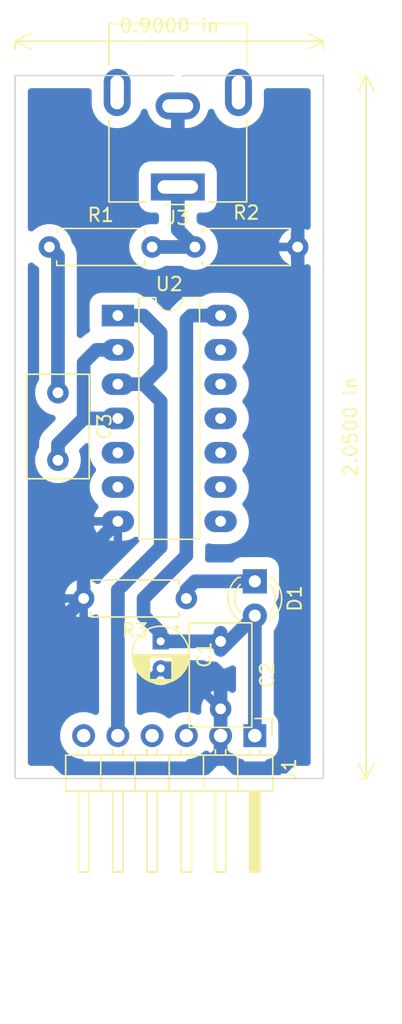
<source format=kicad_pcb>
(kicad_pcb (version 20171130) (host pcbnew "(5.1.0)-1")

  (general
    (thickness 1.6)
    (drawings 3)
    (tracks 57)
    (zones 0)
    (modules 10)
    (nets 11)
  )

  (page A4)
  (layers
    (0 F.Cu signal)
    (31 B.Cu signal)
    (32 B.Adhes user)
    (33 F.Adhes user)
    (34 B.Paste user)
    (35 F.Paste user)
    (36 B.SilkS user)
    (37 F.SilkS user)
    (38 B.Mask user)
    (39 F.Mask user)
    (40 Dwgs.User user)
    (41 Cmts.User user)
    (42 Eco1.User user)
    (43 Eco2.User user)
    (44 Edge.Cuts user)
    (45 Margin user)
    (46 B.CrtYd user)
    (47 F.CrtYd user)
    (48 B.Fab user)
    (49 F.Fab user)
  )

  (setup
    (last_trace_width 1.016)
    (user_trace_width 1.016)
    (trace_clearance 0.2)
    (zone_clearance 0.508)
    (zone_45_only no)
    (trace_min 0.2)
    (via_size 0.8)
    (via_drill 0.4)
    (via_min_size 0.4)
    (via_min_drill 0.3)
    (uvia_size 0.3)
    (uvia_drill 0.1)
    (uvias_allowed no)
    (uvia_min_size 0.2)
    (uvia_min_drill 0.1)
    (edge_width 0.05)
    (segment_width 0.2)
    (pcb_text_width 0.3)
    (pcb_text_size 1.5 1.5)
    (mod_edge_width 0.12)
    (mod_text_size 1 1)
    (mod_text_width 0.15)
    (pad_size 1.524 1.524)
    (pad_drill 0.762)
    (pad_to_mask_clearance 0.051)
    (solder_mask_min_width 0.25)
    (aux_axis_origin 0 0)
    (visible_elements 7FFFFFFF)
    (pcbplotparams
      (layerselection 0x010fc_ffffffff)
      (usegerberextensions false)
      (usegerberattributes false)
      (usegerberadvancedattributes false)
      (creategerberjobfile false)
      (excludeedgelayer true)
      (linewidth 0.100000)
      (plotframeref false)
      (viasonmask false)
      (mode 1)
      (useauxorigin false)
      (hpglpennumber 1)
      (hpglpenspeed 20)
      (hpglpendiameter 15.000000)
      (psnegative false)
      (psa4output false)
      (plotreference true)
      (plotvalue true)
      (plotinvisibletext false)
      (padsonsilk false)
      (subtractmaskfromsilk false)
      (outputformat 1)
      (mirror false)
      (drillshape 1)
      (scaleselection 1)
      (outputdirectory ""))
  )

  (net 0 "")
  (net 1 GND)
  (net 2 "Net-(C3-Pad1)")
  (net 3 "Net-(C3-Pad2)")
  (net 4 "Net-(D1-Pad1)")
  (net 5 "Net-(J1-Pad3)")
  (net 6 "Net-(J1-Pad4)")
  (net 7 "Net-(J1-Pad5)")
  (net 8 "Net-(J3-Pad1)")
  (net 9 +3V3)
  (net 10 "Net-(J1-Pad6)")

  (net_class Default "This is the default net class."
    (clearance 0.2)
    (trace_width 0.25)
    (via_dia 0.8)
    (via_drill 0.4)
    (uvia_dia 0.3)
    (uvia_drill 0.1)
    (add_net +3V3)
    (add_net GND)
    (add_net "Net-(C3-Pad1)")
    (add_net "Net-(C3-Pad2)")
    (add_net "Net-(D1-Pad1)")
    (add_net "Net-(J1-Pad3)")
    (add_net "Net-(J1-Pad4)")
    (add_net "Net-(J1-Pad5)")
    (add_net "Net-(J1-Pad6)")
    (add_net "Net-(J3-Pad1)")
  )

  (module Package_DIP:DIP-14_W7.62mm_LongPads (layer F.Cu) (tedit 5A02E8C5) (tstamp 5DC78566)
    (at 193.04 66.04)
    (descr "14-lead though-hole mounted DIP package, row spacing 7.62 mm (300 mils), LongPads")
    (tags "THT DIP DIL PDIP 2.54mm 7.62mm 300mil LongPads")
    (path /5DC799D4)
    (fp_text reference U2 (at 3.81 -2.33) (layer F.SilkS)
      (effects (font (size 1 1) (thickness 0.15)))
    )
    (fp_text value 74HC04 (at 3.81 17.57) (layer F.Fab)
      (effects (font (size 1 1) (thickness 0.15)))
    )
    (fp_text user %R (at 3.81 7.62) (layer F.Fab)
      (effects (font (size 1 1) (thickness 0.15)))
    )
    (fp_line (start 9.1 -1.55) (end -1.45 -1.55) (layer F.CrtYd) (width 0.05))
    (fp_line (start 9.1 16.8) (end 9.1 -1.55) (layer F.CrtYd) (width 0.05))
    (fp_line (start -1.45 16.8) (end 9.1 16.8) (layer F.CrtYd) (width 0.05))
    (fp_line (start -1.45 -1.55) (end -1.45 16.8) (layer F.CrtYd) (width 0.05))
    (fp_line (start 6.06 -1.33) (end 4.81 -1.33) (layer F.SilkS) (width 0.12))
    (fp_line (start 6.06 16.57) (end 6.06 -1.33) (layer F.SilkS) (width 0.12))
    (fp_line (start 1.56 16.57) (end 6.06 16.57) (layer F.SilkS) (width 0.12))
    (fp_line (start 1.56 -1.33) (end 1.56 16.57) (layer F.SilkS) (width 0.12))
    (fp_line (start 2.81 -1.33) (end 1.56 -1.33) (layer F.SilkS) (width 0.12))
    (fp_line (start 0.635 -0.27) (end 1.635 -1.27) (layer F.Fab) (width 0.1))
    (fp_line (start 0.635 16.51) (end 0.635 -0.27) (layer F.Fab) (width 0.1))
    (fp_line (start 6.985 16.51) (end 0.635 16.51) (layer F.Fab) (width 0.1))
    (fp_line (start 6.985 -1.27) (end 6.985 16.51) (layer F.Fab) (width 0.1))
    (fp_line (start 1.635 -1.27) (end 6.985 -1.27) (layer F.Fab) (width 0.1))
    (fp_arc (start 3.81 -1.33) (end 2.81 -1.33) (angle -180) (layer F.SilkS) (width 0.12))
    (pad 14 thru_hole oval (at 7.62 0) (size 2.4 1.6) (drill 0.8) (layers *.Cu *.Mask)
      (net 9 +3V3))
    (pad 7 thru_hole oval (at 0 15.24) (size 2.4 1.6) (drill 0.8) (layers *.Cu *.Mask)
      (net 1 GND))
    (pad 13 thru_hole oval (at 7.62 2.54) (size 2.4 1.6) (drill 0.8) (layers *.Cu *.Mask))
    (pad 6 thru_hole oval (at 0 12.7) (size 2.4 1.6) (drill 0.8) (layers *.Cu *.Mask))
    (pad 12 thru_hole oval (at 7.62 5.08) (size 2.4 1.6) (drill 0.8) (layers *.Cu *.Mask))
    (pad 5 thru_hole oval (at 0 10.16) (size 2.4 1.6) (drill 0.8) (layers *.Cu *.Mask))
    (pad 11 thru_hole oval (at 7.62 7.62) (size 2.4 1.6) (drill 0.8) (layers *.Cu *.Mask))
    (pad 4 thru_hole oval (at 0 7.62) (size 2.4 1.6) (drill 0.8) (layers *.Cu *.Mask)
      (net 3 "Net-(C3-Pad2)"))
    (pad 10 thru_hole oval (at 7.62 10.16) (size 2.4 1.6) (drill 0.8) (layers *.Cu *.Mask))
    (pad 3 thru_hole oval (at 0 5.08) (size 2.4 1.6) (drill 0.8) (layers *.Cu *.Mask)
      (net 7 "Net-(J1-Pad5)"))
    (pad 9 thru_hole oval (at 7.62 12.7) (size 2.4 1.6) (drill 0.8) (layers *.Cu *.Mask))
    (pad 2 thru_hole oval (at 0 2.54) (size 2.4 1.6) (drill 0.8) (layers *.Cu *.Mask)
      (net 3 "Net-(C3-Pad2)"))
    (pad 8 thru_hole oval (at 7.62 15.24) (size 2.4 1.6) (drill 0.8) (layers *.Cu *.Mask))
    (pad 1 thru_hole rect (at 0 0) (size 2.4 1.6) (drill 0.8) (layers *.Cu *.Mask)
      (net 7 "Net-(J1-Pad5)"))
    (model ${KISYS3DMOD}/Package_DIP.3dshapes/DIP-14_W7.62mm.wrl
      (at (xyz 0 0 0))
      (scale (xyz 1 1 1))
      (rotate (xyz 0 0 0))
    )
  )

  (module Capacitor_THT:C_Disc_D7.5mm_W4.4mm_P5.00mm (layer F.Cu) (tedit 5AE50EF0) (tstamp 5DC77895)
    (at 200.66 90.17 270)
    (descr "C, Disc series, Radial, pin pitch=5.00mm, , diameter*width=7.5*4.4mm^2, Capacitor")
    (tags "C Disc series Radial pin pitch 5.00mm  diameter 7.5mm width 4.4mm Capacitor")
    (path /5DC67ACC)
    (fp_text reference C2 (at 2.5 -3.45 270) (layer F.SilkS)
      (effects (font (size 1 1) (thickness 0.15)))
    )
    (fp_text value 100n (at 2.5 3.45 270) (layer F.Fab)
      (effects (font (size 1 1) (thickness 0.15)))
    )
    (fp_text user %R (at 2.5 0 270) (layer F.Fab)
      (effects (font (size 1 1) (thickness 0.15)))
    )
    (fp_line (start 6.5 -2.45) (end -1.5 -2.45) (layer F.CrtYd) (width 0.05))
    (fp_line (start 6.5 2.45) (end 6.5 -2.45) (layer F.CrtYd) (width 0.05))
    (fp_line (start -1.5 2.45) (end 6.5 2.45) (layer F.CrtYd) (width 0.05))
    (fp_line (start -1.5 -2.45) (end -1.5 2.45) (layer F.CrtYd) (width 0.05))
    (fp_line (start 6.37 -2.321) (end 6.37 2.321) (layer F.SilkS) (width 0.12))
    (fp_line (start -1.37 -2.321) (end -1.37 2.321) (layer F.SilkS) (width 0.12))
    (fp_line (start -1.37 2.321) (end 6.37 2.321) (layer F.SilkS) (width 0.12))
    (fp_line (start -1.37 -2.321) (end 6.37 -2.321) (layer F.SilkS) (width 0.12))
    (fp_line (start 6.25 -2.2) (end -1.25 -2.2) (layer F.Fab) (width 0.1))
    (fp_line (start 6.25 2.2) (end 6.25 -2.2) (layer F.Fab) (width 0.1))
    (fp_line (start -1.25 2.2) (end 6.25 2.2) (layer F.Fab) (width 0.1))
    (fp_line (start -1.25 -2.2) (end -1.25 2.2) (layer F.Fab) (width 0.1))
    (pad 2 thru_hole circle (at 5 0 270) (size 1.6 1.6) (drill 0.8) (layers *.Cu *.Mask)
      (net 1 GND))
    (pad 1 thru_hole circle (at 0 0 270) (size 1.6 1.6) (drill 0.8) (layers *.Cu *.Mask)
      (net 9 +3V3))
    (model ${KISYS3DMOD}/Capacitor_THT.3dshapes/C_Disc_D7.5mm_W4.4mm_P5.00mm.wrl
      (at (xyz 0 0 0))
      (scale (xyz 1 1 1))
      (rotate (xyz 0 0 0))
    )
  )

  (module Connector_BarrelJack:BarrelJack_CUI_PJ-063AH_Horizontal (layer F.Cu) (tedit 5B0886BD) (tstamp 5DC75EA2)
    (at 197.485 56.515 180)
    (descr "Barrel Jack, 2.0mm ID, 5.5mm OD, 24V, 8A, no switch, https://www.cui.com/product/resource/pj-063ah.pdf")
    (tags "barrel jack cui dc power")
    (path /5DC62C84)
    (fp_text reference J3 (at 0 -2.3 180) (layer F.SilkS)
      (effects (font (size 1 1) (thickness 0.15)))
    )
    (fp_text value Conn_Coaxial (at 0 13 180) (layer F.Fab)
      (effects (font (size 1 1) (thickness 0.15)))
    )
    (fp_text user %R (at 0 5.5 180) (layer F.Fab)
      (effects (font (size 1 1) (thickness 0.15)))
    )
    (fp_line (start 6 -1.5) (end -6 -1.5) (layer F.CrtYd) (width 0.05))
    (fp_line (start 6 12.5) (end 6 -1.5) (layer F.CrtYd) (width 0.05))
    (fp_line (start -6 12.5) (end 6 12.5) (layer F.CrtYd) (width 0.05))
    (fp_line (start -6 -1.5) (end -6 12.5) (layer F.CrtYd) (width 0.05))
    (fp_line (start -1 -1.3) (end 1 -1.3) (layer F.SilkS) (width 0.12))
    (fp_line (start -5.11 12.11) (end -5.11 9.05) (layer F.SilkS) (width 0.12))
    (fp_line (start 5.11 12.11) (end -5.11 12.11) (layer F.SilkS) (width 0.12))
    (fp_line (start 5.11 9.05) (end 5.11 12.11) (layer F.SilkS) (width 0.12))
    (fp_line (start 5.11 -1.11) (end 5.11 4.95) (layer F.SilkS) (width 0.12))
    (fp_line (start 2.3 -1.11) (end 5.11 -1.11) (layer F.SilkS) (width 0.12))
    (fp_line (start -5.11 -1.11) (end -2.3 -1.11) (layer F.SilkS) (width 0.12))
    (fp_line (start -5.11 4.95) (end -5.11 -1.11) (layer F.SilkS) (width 0.12))
    (fp_line (start -5 12) (end -5 -1) (layer F.Fab) (width 0.1))
    (fp_line (start 5 12) (end -5 12) (layer F.Fab) (width 0.1))
    (fp_line (start 5 -1) (end 5 12) (layer F.Fab) (width 0.1))
    (fp_line (start 1 -1) (end 5 -1) (layer F.Fab) (width 0.1))
    (fp_line (start 0 0) (end 1 -1) (layer F.Fab) (width 0.1))
    (fp_line (start -1 -1) (end 0 0) (layer F.Fab) (width 0.1))
    (fp_line (start -5 -1) (end -1 -1) (layer F.Fab) (width 0.1))
    (pad "" np_thru_hole circle (at 0 9 180) (size 1.6 1.6) (drill 1.6) (layers *.Cu *.Mask))
    (pad MP thru_hole oval (at 4.5 7 180) (size 2 3.5) (drill oval 1 2.5) (layers *.Cu *.Mask))
    (pad MP thru_hole oval (at -4.5 7 180) (size 2 3.5) (drill oval 1 2.5) (layers *.Cu *.Mask))
    (pad 2 thru_hole oval (at 0 6 180) (size 3.3 2) (drill oval 2.3 1) (layers *.Cu *.Mask)
      (net 1 GND))
    (pad 1 thru_hole rect (at 0 0 180) (size 4 2) (drill oval 3 1) (layers *.Cu *.Mask)
      (net 8 "Net-(J3-Pad1)"))
    (model ${KISYS3DMOD}/Connector_BarrelJack.3dshapes/BarrelJack_CUI_PJ-063AH_Horizontal.wrl
      (at (xyz 0 0 0))
      (scale (xyz 1 1 1))
      (rotate (xyz 0 0 0))
    )
  )

  (module Capacitor_THT:CP_Radial_D4.0mm_P2.00mm (layer F.Cu) (tedit 5AE50EF0) (tstamp 5DC5C5DA)
    (at 196.215 90.17 270)
    (descr "CP, Radial series, Radial, pin pitch=2.00mm, , diameter=4mm, Electrolytic Capacitor")
    (tags "CP Radial series Radial pin pitch 2.00mm  diameter 4mm Electrolytic Capacitor")
    (path /5DC66B2D)
    (fp_text reference C1 (at 1 -3.25 270) (layer F.SilkS)
      (effects (font (size 1 1) (thickness 0.15)))
    )
    (fp_text value 22u (at 1 3.25 270) (layer F.Fab)
      (effects (font (size 1 1) (thickness 0.15)))
    )
    (fp_circle (center 1 0) (end 3 0) (layer F.Fab) (width 0.1))
    (fp_circle (center 1 0) (end 3.12 0) (layer F.SilkS) (width 0.12))
    (fp_circle (center 1 0) (end 3.25 0) (layer F.CrtYd) (width 0.05))
    (fp_line (start -0.702554 -0.8675) (end -0.302554 -0.8675) (layer F.Fab) (width 0.1))
    (fp_line (start -0.502554 -1.0675) (end -0.502554 -0.6675) (layer F.Fab) (width 0.1))
    (fp_line (start 1 -2.08) (end 1 2.08) (layer F.SilkS) (width 0.12))
    (fp_line (start 1.04 -2.08) (end 1.04 2.08) (layer F.SilkS) (width 0.12))
    (fp_line (start 1.08 -2.079) (end 1.08 2.079) (layer F.SilkS) (width 0.12))
    (fp_line (start 1.12 -2.077) (end 1.12 2.077) (layer F.SilkS) (width 0.12))
    (fp_line (start 1.16 -2.074) (end 1.16 2.074) (layer F.SilkS) (width 0.12))
    (fp_line (start 1.2 -2.071) (end 1.2 -0.84) (layer F.SilkS) (width 0.12))
    (fp_line (start 1.2 0.84) (end 1.2 2.071) (layer F.SilkS) (width 0.12))
    (fp_line (start 1.24 -2.067) (end 1.24 -0.84) (layer F.SilkS) (width 0.12))
    (fp_line (start 1.24 0.84) (end 1.24 2.067) (layer F.SilkS) (width 0.12))
    (fp_line (start 1.28 -2.062) (end 1.28 -0.84) (layer F.SilkS) (width 0.12))
    (fp_line (start 1.28 0.84) (end 1.28 2.062) (layer F.SilkS) (width 0.12))
    (fp_line (start 1.32 -2.056) (end 1.32 -0.84) (layer F.SilkS) (width 0.12))
    (fp_line (start 1.32 0.84) (end 1.32 2.056) (layer F.SilkS) (width 0.12))
    (fp_line (start 1.36 -2.05) (end 1.36 -0.84) (layer F.SilkS) (width 0.12))
    (fp_line (start 1.36 0.84) (end 1.36 2.05) (layer F.SilkS) (width 0.12))
    (fp_line (start 1.4 -2.042) (end 1.4 -0.84) (layer F.SilkS) (width 0.12))
    (fp_line (start 1.4 0.84) (end 1.4 2.042) (layer F.SilkS) (width 0.12))
    (fp_line (start 1.44 -2.034) (end 1.44 -0.84) (layer F.SilkS) (width 0.12))
    (fp_line (start 1.44 0.84) (end 1.44 2.034) (layer F.SilkS) (width 0.12))
    (fp_line (start 1.48 -2.025) (end 1.48 -0.84) (layer F.SilkS) (width 0.12))
    (fp_line (start 1.48 0.84) (end 1.48 2.025) (layer F.SilkS) (width 0.12))
    (fp_line (start 1.52 -2.016) (end 1.52 -0.84) (layer F.SilkS) (width 0.12))
    (fp_line (start 1.52 0.84) (end 1.52 2.016) (layer F.SilkS) (width 0.12))
    (fp_line (start 1.56 -2.005) (end 1.56 -0.84) (layer F.SilkS) (width 0.12))
    (fp_line (start 1.56 0.84) (end 1.56 2.005) (layer F.SilkS) (width 0.12))
    (fp_line (start 1.6 -1.994) (end 1.6 -0.84) (layer F.SilkS) (width 0.12))
    (fp_line (start 1.6 0.84) (end 1.6 1.994) (layer F.SilkS) (width 0.12))
    (fp_line (start 1.64 -1.982) (end 1.64 -0.84) (layer F.SilkS) (width 0.12))
    (fp_line (start 1.64 0.84) (end 1.64 1.982) (layer F.SilkS) (width 0.12))
    (fp_line (start 1.68 -1.968) (end 1.68 -0.84) (layer F.SilkS) (width 0.12))
    (fp_line (start 1.68 0.84) (end 1.68 1.968) (layer F.SilkS) (width 0.12))
    (fp_line (start 1.721 -1.954) (end 1.721 -0.84) (layer F.SilkS) (width 0.12))
    (fp_line (start 1.721 0.84) (end 1.721 1.954) (layer F.SilkS) (width 0.12))
    (fp_line (start 1.761 -1.94) (end 1.761 -0.84) (layer F.SilkS) (width 0.12))
    (fp_line (start 1.761 0.84) (end 1.761 1.94) (layer F.SilkS) (width 0.12))
    (fp_line (start 1.801 -1.924) (end 1.801 -0.84) (layer F.SilkS) (width 0.12))
    (fp_line (start 1.801 0.84) (end 1.801 1.924) (layer F.SilkS) (width 0.12))
    (fp_line (start 1.841 -1.907) (end 1.841 -0.84) (layer F.SilkS) (width 0.12))
    (fp_line (start 1.841 0.84) (end 1.841 1.907) (layer F.SilkS) (width 0.12))
    (fp_line (start 1.881 -1.889) (end 1.881 -0.84) (layer F.SilkS) (width 0.12))
    (fp_line (start 1.881 0.84) (end 1.881 1.889) (layer F.SilkS) (width 0.12))
    (fp_line (start 1.921 -1.87) (end 1.921 -0.84) (layer F.SilkS) (width 0.12))
    (fp_line (start 1.921 0.84) (end 1.921 1.87) (layer F.SilkS) (width 0.12))
    (fp_line (start 1.961 -1.851) (end 1.961 -0.84) (layer F.SilkS) (width 0.12))
    (fp_line (start 1.961 0.84) (end 1.961 1.851) (layer F.SilkS) (width 0.12))
    (fp_line (start 2.001 -1.83) (end 2.001 -0.84) (layer F.SilkS) (width 0.12))
    (fp_line (start 2.001 0.84) (end 2.001 1.83) (layer F.SilkS) (width 0.12))
    (fp_line (start 2.041 -1.808) (end 2.041 -0.84) (layer F.SilkS) (width 0.12))
    (fp_line (start 2.041 0.84) (end 2.041 1.808) (layer F.SilkS) (width 0.12))
    (fp_line (start 2.081 -1.785) (end 2.081 -0.84) (layer F.SilkS) (width 0.12))
    (fp_line (start 2.081 0.84) (end 2.081 1.785) (layer F.SilkS) (width 0.12))
    (fp_line (start 2.121 -1.76) (end 2.121 -0.84) (layer F.SilkS) (width 0.12))
    (fp_line (start 2.121 0.84) (end 2.121 1.76) (layer F.SilkS) (width 0.12))
    (fp_line (start 2.161 -1.735) (end 2.161 -0.84) (layer F.SilkS) (width 0.12))
    (fp_line (start 2.161 0.84) (end 2.161 1.735) (layer F.SilkS) (width 0.12))
    (fp_line (start 2.201 -1.708) (end 2.201 -0.84) (layer F.SilkS) (width 0.12))
    (fp_line (start 2.201 0.84) (end 2.201 1.708) (layer F.SilkS) (width 0.12))
    (fp_line (start 2.241 -1.68) (end 2.241 -0.84) (layer F.SilkS) (width 0.12))
    (fp_line (start 2.241 0.84) (end 2.241 1.68) (layer F.SilkS) (width 0.12))
    (fp_line (start 2.281 -1.65) (end 2.281 -0.84) (layer F.SilkS) (width 0.12))
    (fp_line (start 2.281 0.84) (end 2.281 1.65) (layer F.SilkS) (width 0.12))
    (fp_line (start 2.321 -1.619) (end 2.321 -0.84) (layer F.SilkS) (width 0.12))
    (fp_line (start 2.321 0.84) (end 2.321 1.619) (layer F.SilkS) (width 0.12))
    (fp_line (start 2.361 -1.587) (end 2.361 -0.84) (layer F.SilkS) (width 0.12))
    (fp_line (start 2.361 0.84) (end 2.361 1.587) (layer F.SilkS) (width 0.12))
    (fp_line (start 2.401 -1.552) (end 2.401 -0.84) (layer F.SilkS) (width 0.12))
    (fp_line (start 2.401 0.84) (end 2.401 1.552) (layer F.SilkS) (width 0.12))
    (fp_line (start 2.441 -1.516) (end 2.441 -0.84) (layer F.SilkS) (width 0.12))
    (fp_line (start 2.441 0.84) (end 2.441 1.516) (layer F.SilkS) (width 0.12))
    (fp_line (start 2.481 -1.478) (end 2.481 -0.84) (layer F.SilkS) (width 0.12))
    (fp_line (start 2.481 0.84) (end 2.481 1.478) (layer F.SilkS) (width 0.12))
    (fp_line (start 2.521 -1.438) (end 2.521 -0.84) (layer F.SilkS) (width 0.12))
    (fp_line (start 2.521 0.84) (end 2.521 1.438) (layer F.SilkS) (width 0.12))
    (fp_line (start 2.561 -1.396) (end 2.561 -0.84) (layer F.SilkS) (width 0.12))
    (fp_line (start 2.561 0.84) (end 2.561 1.396) (layer F.SilkS) (width 0.12))
    (fp_line (start 2.601 -1.351) (end 2.601 -0.84) (layer F.SilkS) (width 0.12))
    (fp_line (start 2.601 0.84) (end 2.601 1.351) (layer F.SilkS) (width 0.12))
    (fp_line (start 2.641 -1.304) (end 2.641 -0.84) (layer F.SilkS) (width 0.12))
    (fp_line (start 2.641 0.84) (end 2.641 1.304) (layer F.SilkS) (width 0.12))
    (fp_line (start 2.681 -1.254) (end 2.681 -0.84) (layer F.SilkS) (width 0.12))
    (fp_line (start 2.681 0.84) (end 2.681 1.254) (layer F.SilkS) (width 0.12))
    (fp_line (start 2.721 -1.2) (end 2.721 -0.84) (layer F.SilkS) (width 0.12))
    (fp_line (start 2.721 0.84) (end 2.721 1.2) (layer F.SilkS) (width 0.12))
    (fp_line (start 2.761 -1.142) (end 2.761 -0.84) (layer F.SilkS) (width 0.12))
    (fp_line (start 2.761 0.84) (end 2.761 1.142) (layer F.SilkS) (width 0.12))
    (fp_line (start 2.801 -1.08) (end 2.801 -0.84) (layer F.SilkS) (width 0.12))
    (fp_line (start 2.801 0.84) (end 2.801 1.08) (layer F.SilkS) (width 0.12))
    (fp_line (start 2.841 -1.013) (end 2.841 1.013) (layer F.SilkS) (width 0.12))
    (fp_line (start 2.881 -0.94) (end 2.881 0.94) (layer F.SilkS) (width 0.12))
    (fp_line (start 2.921 -0.859) (end 2.921 0.859) (layer F.SilkS) (width 0.12))
    (fp_line (start 2.961 -0.768) (end 2.961 0.768) (layer F.SilkS) (width 0.12))
    (fp_line (start 3.001 -0.664) (end 3.001 0.664) (layer F.SilkS) (width 0.12))
    (fp_line (start 3.041 -0.537) (end 3.041 0.537) (layer F.SilkS) (width 0.12))
    (fp_line (start 3.081 -0.37) (end 3.081 0.37) (layer F.SilkS) (width 0.12))
    (fp_line (start -1.269801 -1.195) (end -0.869801 -1.195) (layer F.SilkS) (width 0.12))
    (fp_line (start -1.069801 -1.395) (end -1.069801 -0.995) (layer F.SilkS) (width 0.12))
    (fp_text user %R (at 1 0 270) (layer F.Fab)
      (effects (font (size 0.8 0.8) (thickness 0.12)))
    )
    (pad 1 thru_hole rect (at 0 0 270) (size 1.2 1.2) (drill 0.6) (layers *.Cu *.Mask)
      (net 9 +3V3))
    (pad 2 thru_hole circle (at 2 0 270) (size 1.2 1.2) (drill 0.6) (layers *.Cu *.Mask)
      (net 1 GND))
    (model ${KISYS3DMOD}/Capacitor_THT.3dshapes/CP_Radial_D4.0mm_P2.00mm.wrl
      (at (xyz 0 0 0))
      (scale (xyz 1 1 1))
      (rotate (xyz 0 0 0))
    )
  )

  (module Capacitor_THT:C_Disc_D7.5mm_W4.4mm_P5.00mm (layer F.Cu) (tedit 5AE50EF0) (tstamp 5DC5C600)
    (at 188.595 71.755 270)
    (descr "C, Disc series, Radial, pin pitch=5.00mm, , diameter*width=7.5*4.4mm^2, Capacitor")
    (tags "C Disc series Radial pin pitch 5.00mm  diameter 7.5mm width 4.4mm Capacitor")
    (path /5DC59459)
    (fp_text reference C3 (at 2.5 -3.45 270) (layer F.SilkS)
      (effects (font (size 1 1) (thickness 0.15)))
    )
    (fp_text value 100n (at 2.5 3.45 270) (layer F.Fab)
      (effects (font (size 1 1) (thickness 0.15)))
    )
    (fp_line (start -1.25 -2.2) (end -1.25 2.2) (layer F.Fab) (width 0.1))
    (fp_line (start -1.25 2.2) (end 6.25 2.2) (layer F.Fab) (width 0.1))
    (fp_line (start 6.25 2.2) (end 6.25 -2.2) (layer F.Fab) (width 0.1))
    (fp_line (start 6.25 -2.2) (end -1.25 -2.2) (layer F.Fab) (width 0.1))
    (fp_line (start -1.37 -2.321) (end 6.37 -2.321) (layer F.SilkS) (width 0.12))
    (fp_line (start -1.37 2.321) (end 6.37 2.321) (layer F.SilkS) (width 0.12))
    (fp_line (start -1.37 -2.321) (end -1.37 2.321) (layer F.SilkS) (width 0.12))
    (fp_line (start 6.37 -2.321) (end 6.37 2.321) (layer F.SilkS) (width 0.12))
    (fp_line (start -1.5 -2.45) (end -1.5 2.45) (layer F.CrtYd) (width 0.05))
    (fp_line (start -1.5 2.45) (end 6.5 2.45) (layer F.CrtYd) (width 0.05))
    (fp_line (start 6.5 2.45) (end 6.5 -2.45) (layer F.CrtYd) (width 0.05))
    (fp_line (start 6.5 -2.45) (end -1.5 -2.45) (layer F.CrtYd) (width 0.05))
    (fp_text user %R (at 2.5 0 270) (layer F.Fab)
      (effects (font (size 1 1) (thickness 0.15)))
    )
    (pad 1 thru_hole circle (at 0 0 270) (size 1.6 1.6) (drill 0.8) (layers *.Cu *.Mask)
      (net 2 "Net-(C3-Pad1)"))
    (pad 2 thru_hole circle (at 5 0 270) (size 1.6 1.6) (drill 0.8) (layers *.Cu *.Mask)
      (net 3 "Net-(C3-Pad2)"))
    (model ${KISYS3DMOD}/Capacitor_THT.3dshapes/C_Disc_D7.5mm_W4.4mm_P5.00mm.wrl
      (at (xyz 0 0 0))
      (scale (xyz 1 1 1))
      (rotate (xyz 0 0 0))
    )
  )

  (module LED_THT:LED_D3.0mm (layer F.Cu) (tedit 587A3A7B) (tstamp 5DC5C613)
    (at 203.2 85.725 270)
    (descr "LED, diameter 3.0mm, 2 pins")
    (tags "LED diameter 3.0mm 2 pins")
    (path /5DC89297)
    (fp_text reference D1 (at 1.27 -2.96 270) (layer F.SilkS)
      (effects (font (size 1 1) (thickness 0.15)))
    )
    (fp_text value LED_on/off (at 1.27 2.96 270) (layer F.Fab)
      (effects (font (size 1 1) (thickness 0.15)))
    )
    (fp_arc (start 1.27 0) (end -0.23 -1.16619) (angle 284.3) (layer F.Fab) (width 0.1))
    (fp_arc (start 1.27 0) (end -0.29 -1.235516) (angle 108.8) (layer F.SilkS) (width 0.12))
    (fp_arc (start 1.27 0) (end -0.29 1.235516) (angle -108.8) (layer F.SilkS) (width 0.12))
    (fp_arc (start 1.27 0) (end 0.229039 -1.08) (angle 87.9) (layer F.SilkS) (width 0.12))
    (fp_arc (start 1.27 0) (end 0.229039 1.08) (angle -87.9) (layer F.SilkS) (width 0.12))
    (fp_circle (center 1.27 0) (end 2.77 0) (layer F.Fab) (width 0.1))
    (fp_line (start -0.23 -1.16619) (end -0.23 1.16619) (layer F.Fab) (width 0.1))
    (fp_line (start -0.29 -1.236) (end -0.29 -1.08) (layer F.SilkS) (width 0.12))
    (fp_line (start -0.29 1.08) (end -0.29 1.236) (layer F.SilkS) (width 0.12))
    (fp_line (start -1.15 -2.25) (end -1.15 2.25) (layer F.CrtYd) (width 0.05))
    (fp_line (start -1.15 2.25) (end 3.7 2.25) (layer F.CrtYd) (width 0.05))
    (fp_line (start 3.7 2.25) (end 3.7 -2.25) (layer F.CrtYd) (width 0.05))
    (fp_line (start 3.7 -2.25) (end -1.15 -2.25) (layer F.CrtYd) (width 0.05))
    (pad 1 thru_hole rect (at 0 0 270) (size 1.8 1.8) (drill 0.9) (layers *.Cu *.Mask)
      (net 4 "Net-(D1-Pad1)"))
    (pad 2 thru_hole circle (at 2.54 0 270) (size 1.8 1.8) (drill 0.9) (layers *.Cu *.Mask)
      (net 9 +3V3))
    (model ${KISYS3DMOD}/LED_THT.3dshapes/LED_D3.0mm.wrl
      (at (xyz 0 0 0))
      (scale (xyz 1 1 1))
      (rotate (xyz 0 0 0))
    )
  )

  (module Connector_PinHeader_2.54mm:PinHeader_1x06_P2.54mm_Horizontal (layer F.Cu) (tedit 59FED5CB) (tstamp 5DC5C67A)
    (at 203.2 97.155 270)
    (descr "Through hole angled pin header, 1x06, 2.54mm pitch, 6mm pin length, single row")
    (tags "Through hole angled pin header THT 1x06 2.54mm single row")
    (path /5DC5C121)
    (fp_text reference J1 (at 2.54 -2.54 270) (layer F.SilkS)
      (effects (font (size 1 1) (thickness 0.15)))
    )
    (fp_text value Conn_01x06_Male (at 14.605 -5.715 270) (layer F.Fab)
      (effects (font (size 1 1) (thickness 0.15)))
    )
    (fp_line (start 2.135 -1.27) (end 4.04 -1.27) (layer F.Fab) (width 0.1))
    (fp_line (start 4.04 -1.27) (end 4.04 13.97) (layer F.Fab) (width 0.1))
    (fp_line (start 4.04 13.97) (end 1.5 13.97) (layer F.Fab) (width 0.1))
    (fp_line (start 1.5 13.97) (end 1.5 -0.635) (layer F.Fab) (width 0.1))
    (fp_line (start 1.5 -0.635) (end 2.135 -1.27) (layer F.Fab) (width 0.1))
    (fp_line (start -0.32 -0.32) (end 1.5 -0.32) (layer F.Fab) (width 0.1))
    (fp_line (start -0.32 -0.32) (end -0.32 0.32) (layer F.Fab) (width 0.1))
    (fp_line (start -0.32 0.32) (end 1.5 0.32) (layer F.Fab) (width 0.1))
    (fp_line (start 4.04 -0.32) (end 10.04 -0.32) (layer F.Fab) (width 0.1))
    (fp_line (start 10.04 -0.32) (end 10.04 0.32) (layer F.Fab) (width 0.1))
    (fp_line (start 4.04 0.32) (end 10.04 0.32) (layer F.Fab) (width 0.1))
    (fp_line (start -0.32 2.22) (end 1.5 2.22) (layer F.Fab) (width 0.1))
    (fp_line (start -0.32 2.22) (end -0.32 2.86) (layer F.Fab) (width 0.1))
    (fp_line (start -0.32 2.86) (end 1.5 2.86) (layer F.Fab) (width 0.1))
    (fp_line (start 4.04 2.22) (end 10.04 2.22) (layer F.Fab) (width 0.1))
    (fp_line (start 10.04 2.22) (end 10.04 2.86) (layer F.Fab) (width 0.1))
    (fp_line (start 4.04 2.86) (end 10.04 2.86) (layer F.Fab) (width 0.1))
    (fp_line (start -0.32 4.76) (end 1.5 4.76) (layer F.Fab) (width 0.1))
    (fp_line (start -0.32 4.76) (end -0.32 5.4) (layer F.Fab) (width 0.1))
    (fp_line (start -0.32 5.4) (end 1.5 5.4) (layer F.Fab) (width 0.1))
    (fp_line (start 4.04 4.76) (end 10.04 4.76) (layer F.Fab) (width 0.1))
    (fp_line (start 10.04 4.76) (end 10.04 5.4) (layer F.Fab) (width 0.1))
    (fp_line (start 4.04 5.4) (end 10.04 5.4) (layer F.Fab) (width 0.1))
    (fp_line (start -0.32 7.3) (end 1.5 7.3) (layer F.Fab) (width 0.1))
    (fp_line (start -0.32 7.3) (end -0.32 7.94) (layer F.Fab) (width 0.1))
    (fp_line (start -0.32 7.94) (end 1.5 7.94) (layer F.Fab) (width 0.1))
    (fp_line (start 4.04 7.3) (end 10.04 7.3) (layer F.Fab) (width 0.1))
    (fp_line (start 10.04 7.3) (end 10.04 7.94) (layer F.Fab) (width 0.1))
    (fp_line (start 4.04 7.94) (end 10.04 7.94) (layer F.Fab) (width 0.1))
    (fp_line (start -0.32 9.84) (end 1.5 9.84) (layer F.Fab) (width 0.1))
    (fp_line (start -0.32 9.84) (end -0.32 10.48) (layer F.Fab) (width 0.1))
    (fp_line (start -0.32 10.48) (end 1.5 10.48) (layer F.Fab) (width 0.1))
    (fp_line (start 4.04 9.84) (end 10.04 9.84) (layer F.Fab) (width 0.1))
    (fp_line (start 10.04 9.84) (end 10.04 10.48) (layer F.Fab) (width 0.1))
    (fp_line (start 4.04 10.48) (end 10.04 10.48) (layer F.Fab) (width 0.1))
    (fp_line (start -0.32 12.38) (end 1.5 12.38) (layer F.Fab) (width 0.1))
    (fp_line (start -0.32 12.38) (end -0.32 13.02) (layer F.Fab) (width 0.1))
    (fp_line (start -0.32 13.02) (end 1.5 13.02) (layer F.Fab) (width 0.1))
    (fp_line (start 4.04 12.38) (end 10.04 12.38) (layer F.Fab) (width 0.1))
    (fp_line (start 10.04 12.38) (end 10.04 13.02) (layer F.Fab) (width 0.1))
    (fp_line (start 4.04 13.02) (end 10.04 13.02) (layer F.Fab) (width 0.1))
    (fp_line (start 1.44 -1.33) (end 1.44 14.03) (layer F.SilkS) (width 0.12))
    (fp_line (start 1.44 14.03) (end 4.1 14.03) (layer F.SilkS) (width 0.12))
    (fp_line (start 4.1 14.03) (end 4.1 -1.33) (layer F.SilkS) (width 0.12))
    (fp_line (start 4.1 -1.33) (end 1.44 -1.33) (layer F.SilkS) (width 0.12))
    (fp_line (start 4.1 -0.38) (end 10.1 -0.38) (layer F.SilkS) (width 0.12))
    (fp_line (start 10.1 -0.38) (end 10.1 0.38) (layer F.SilkS) (width 0.12))
    (fp_line (start 10.1 0.38) (end 4.1 0.38) (layer F.SilkS) (width 0.12))
    (fp_line (start 4.1 -0.32) (end 10.1 -0.32) (layer F.SilkS) (width 0.12))
    (fp_line (start 4.1 -0.2) (end 10.1 -0.2) (layer F.SilkS) (width 0.12))
    (fp_line (start 4.1 -0.08) (end 10.1 -0.08) (layer F.SilkS) (width 0.12))
    (fp_line (start 4.1 0.04) (end 10.1 0.04) (layer F.SilkS) (width 0.12))
    (fp_line (start 4.1 0.16) (end 10.1 0.16) (layer F.SilkS) (width 0.12))
    (fp_line (start 4.1 0.28) (end 10.1 0.28) (layer F.SilkS) (width 0.12))
    (fp_line (start 1.11 -0.38) (end 1.44 -0.38) (layer F.SilkS) (width 0.12))
    (fp_line (start 1.11 0.38) (end 1.44 0.38) (layer F.SilkS) (width 0.12))
    (fp_line (start 1.44 1.27) (end 4.1 1.27) (layer F.SilkS) (width 0.12))
    (fp_line (start 4.1 2.16) (end 10.1 2.16) (layer F.SilkS) (width 0.12))
    (fp_line (start 10.1 2.16) (end 10.1 2.92) (layer F.SilkS) (width 0.12))
    (fp_line (start 10.1 2.92) (end 4.1 2.92) (layer F.SilkS) (width 0.12))
    (fp_line (start 1.042929 2.16) (end 1.44 2.16) (layer F.SilkS) (width 0.12))
    (fp_line (start 1.042929 2.92) (end 1.44 2.92) (layer F.SilkS) (width 0.12))
    (fp_line (start 1.44 3.81) (end 4.1 3.81) (layer F.SilkS) (width 0.12))
    (fp_line (start 4.1 4.7) (end 10.1 4.7) (layer F.SilkS) (width 0.12))
    (fp_line (start 10.1 4.7) (end 10.1 5.46) (layer F.SilkS) (width 0.12))
    (fp_line (start 10.1 5.46) (end 4.1 5.46) (layer F.SilkS) (width 0.12))
    (fp_line (start 1.042929 4.7) (end 1.44 4.7) (layer F.SilkS) (width 0.12))
    (fp_line (start 1.042929 5.46) (end 1.44 5.46) (layer F.SilkS) (width 0.12))
    (fp_line (start 1.44 6.35) (end 4.1 6.35) (layer F.SilkS) (width 0.12))
    (fp_line (start 4.1 7.24) (end 10.1 7.24) (layer F.SilkS) (width 0.12))
    (fp_line (start 10.1 7.24) (end 10.1 8) (layer F.SilkS) (width 0.12))
    (fp_line (start 10.1 8) (end 4.1 8) (layer F.SilkS) (width 0.12))
    (fp_line (start 1.042929 7.24) (end 1.44 7.24) (layer F.SilkS) (width 0.12))
    (fp_line (start 1.042929 8) (end 1.44 8) (layer F.SilkS) (width 0.12))
    (fp_line (start 1.44 8.89) (end 4.1 8.89) (layer F.SilkS) (width 0.12))
    (fp_line (start 4.1 9.78) (end 10.1 9.78) (layer F.SilkS) (width 0.12))
    (fp_line (start 10.1 9.78) (end 10.1 10.54) (layer F.SilkS) (width 0.12))
    (fp_line (start 10.1 10.54) (end 4.1 10.54) (layer F.SilkS) (width 0.12))
    (fp_line (start 1.042929 9.78) (end 1.44 9.78) (layer F.SilkS) (width 0.12))
    (fp_line (start 1.042929 10.54) (end 1.44 10.54) (layer F.SilkS) (width 0.12))
    (fp_line (start 1.44 11.43) (end 4.1 11.43) (layer F.SilkS) (width 0.12))
    (fp_line (start 4.1 12.32) (end 10.1 12.32) (layer F.SilkS) (width 0.12))
    (fp_line (start 10.1 12.32) (end 10.1 13.08) (layer F.SilkS) (width 0.12))
    (fp_line (start 10.1 13.08) (end 4.1 13.08) (layer F.SilkS) (width 0.12))
    (fp_line (start 1.042929 12.32) (end 1.44 12.32) (layer F.SilkS) (width 0.12))
    (fp_line (start 1.042929 13.08) (end 1.44 13.08) (layer F.SilkS) (width 0.12))
    (fp_line (start -1.27 0) (end -1.27 -1.27) (layer F.SilkS) (width 0.12))
    (fp_line (start -1.27 -1.27) (end 0 -1.27) (layer F.SilkS) (width 0.12))
    (fp_line (start -1.8 -1.8) (end -1.8 14.5) (layer F.CrtYd) (width 0.05))
    (fp_line (start -1.8 14.5) (end 10.55 14.5) (layer F.CrtYd) (width 0.05))
    (fp_line (start 10.55 14.5) (end 10.55 -1.8) (layer F.CrtYd) (width 0.05))
    (fp_line (start 10.55 -1.8) (end -1.8 -1.8) (layer F.CrtYd) (width 0.05))
    (fp_text user %R (at 2.77 6.35) (layer F.Fab)
      (effects (font (size 1 1) (thickness 0.15)))
    )
    (pad 1 thru_hole rect (at 0 0 270) (size 1.7 1.7) (drill 1) (layers *.Cu *.Mask)
      (net 9 +3V3))
    (pad 2 thru_hole oval (at 0 2.54 270) (size 1.7 1.7) (drill 1) (layers *.Cu *.Mask)
      (net 1 GND))
    (pad 3 thru_hole oval (at 0 5.08 270) (size 1.7 1.7) (drill 1) (layers *.Cu *.Mask)
      (net 5 "Net-(J1-Pad3)"))
    (pad 4 thru_hole oval (at 0 7.62 270) (size 1.7 1.7) (drill 1) (layers *.Cu *.Mask)
      (net 6 "Net-(J1-Pad4)"))
    (pad 5 thru_hole oval (at 0 10.16 270) (size 1.7 1.7) (drill 1) (layers *.Cu *.Mask)
      (net 7 "Net-(J1-Pad5)"))
    (pad 6 thru_hole oval (at 0 12.7 270) (size 1.7 1.7) (drill 1) (layers *.Cu *.Mask)
      (net 10 "Net-(J1-Pad6)"))
    (model ${KISYS3DMOD}/Connector_PinHeader_2.54mm.3dshapes/PinHeader_1x06_P2.54mm_Horizontal.wrl
      (at (xyz 0 0 0))
      (scale (xyz 1 1 1))
      (rotate (xyz 0 0 0))
    )
  )

  (module Resistor_THT:R_Axial_DIN0207_L6.3mm_D2.5mm_P7.62mm_Horizontal (layer F.Cu) (tedit 5AE5139B) (tstamp 5DC5C6BD)
    (at 187.96 60.96)
    (descr "Resistor, Axial_DIN0207 series, Axial, Horizontal, pin pitch=7.62mm, 0.25W = 1/4W, length*diameter=6.3*2.5mm^2, http://cdn-reichelt.de/documents/datenblatt/B400/1_4W%23YAG.pdf")
    (tags "Resistor Axial_DIN0207 series Axial Horizontal pin pitch 7.62mm 0.25W = 1/4W length 6.3mm diameter 2.5mm")
    (path /5DC5A3E3)
    (fp_text reference R1 (at 3.81 -2.37) (layer F.SilkS)
      (effects (font (size 1 1) (thickness 0.15)))
    )
    (fp_text value 360 (at 3.81 2.37) (layer F.Fab)
      (effects (font (size 1 1) (thickness 0.15)))
    )
    (fp_line (start 0.66 -1.25) (end 0.66 1.25) (layer F.Fab) (width 0.1))
    (fp_line (start 0.66 1.25) (end 6.96 1.25) (layer F.Fab) (width 0.1))
    (fp_line (start 6.96 1.25) (end 6.96 -1.25) (layer F.Fab) (width 0.1))
    (fp_line (start 6.96 -1.25) (end 0.66 -1.25) (layer F.Fab) (width 0.1))
    (fp_line (start 0 0) (end 0.66 0) (layer F.Fab) (width 0.1))
    (fp_line (start 7.62 0) (end 6.96 0) (layer F.Fab) (width 0.1))
    (fp_line (start 0.54 -1.04) (end 0.54 -1.37) (layer F.SilkS) (width 0.12))
    (fp_line (start 0.54 -1.37) (end 7.08 -1.37) (layer F.SilkS) (width 0.12))
    (fp_line (start 7.08 -1.37) (end 7.08 -1.04) (layer F.SilkS) (width 0.12))
    (fp_line (start 0.54 1.04) (end 0.54 1.37) (layer F.SilkS) (width 0.12))
    (fp_line (start 0.54 1.37) (end 7.08 1.37) (layer F.SilkS) (width 0.12))
    (fp_line (start 7.08 1.37) (end 7.08 1.04) (layer F.SilkS) (width 0.12))
    (fp_line (start -1.05 -1.5) (end -1.05 1.5) (layer F.CrtYd) (width 0.05))
    (fp_line (start -1.05 1.5) (end 8.67 1.5) (layer F.CrtYd) (width 0.05))
    (fp_line (start 8.67 1.5) (end 8.67 -1.5) (layer F.CrtYd) (width 0.05))
    (fp_line (start 8.67 -1.5) (end -1.05 -1.5) (layer F.CrtYd) (width 0.05))
    (fp_text user %R (at 3.81 0) (layer F.Fab)
      (effects (font (size 1 1) (thickness 0.15)))
    )
    (pad 1 thru_hole circle (at 0 0) (size 1.6 1.6) (drill 0.8) (layers *.Cu *.Mask)
      (net 2 "Net-(C3-Pad1)"))
    (pad 2 thru_hole oval (at 7.62 0) (size 1.6 1.6) (drill 0.8) (layers *.Cu *.Mask)
      (net 8 "Net-(J3-Pad1)"))
    (model ${KISYS3DMOD}/Resistor_THT.3dshapes/R_Axial_DIN0207_L6.3mm_D2.5mm_P7.62mm_Horizontal.wrl
      (at (xyz 0 0 0))
      (scale (xyz 1 1 1))
      (rotate (xyz 0 0 0))
    )
  )

  (module Resistor_THT:R_Axial_DIN0207_L6.3mm_D2.5mm_P7.62mm_Horizontal (layer F.Cu) (tedit 5AE5139B) (tstamp 5DC5C6D4)
    (at 198.755 60.96)
    (descr "Resistor, Axial_DIN0207 series, Axial, Horizontal, pin pitch=7.62mm, 0.25W = 1/4W, length*diameter=6.3*2.5mm^2, http://cdn-reichelt.de/documents/datenblatt/B400/1_4W%23YAG.pdf")
    (tags "Resistor Axial_DIN0207 series Axial Horizontal pin pitch 7.62mm 0.25W = 1/4W length 6.3mm diameter 2.5mm")
    (path /5DC5AB41)
    (fp_text reference R2 (at 3.81 -2.54) (layer F.SilkS)
      (effects (font (size 1 1) (thickness 0.15)))
    )
    (fp_text value 91 (at 3.81 2.37) (layer F.Fab)
      (effects (font (size 1 1) (thickness 0.15)))
    )
    (fp_text user %R (at 3.81 0) (layer F.Fab)
      (effects (font (size 1 1) (thickness 0.15)))
    )
    (fp_line (start 8.67 -1.5) (end -1.05 -1.5) (layer F.CrtYd) (width 0.05))
    (fp_line (start 8.67 1.5) (end 8.67 -1.5) (layer F.CrtYd) (width 0.05))
    (fp_line (start -1.05 1.5) (end 8.67 1.5) (layer F.CrtYd) (width 0.05))
    (fp_line (start -1.05 -1.5) (end -1.05 1.5) (layer F.CrtYd) (width 0.05))
    (fp_line (start 7.08 1.37) (end 7.08 1.04) (layer F.SilkS) (width 0.12))
    (fp_line (start 0.54 1.37) (end 7.08 1.37) (layer F.SilkS) (width 0.12))
    (fp_line (start 0.54 1.04) (end 0.54 1.37) (layer F.SilkS) (width 0.12))
    (fp_line (start 7.08 -1.37) (end 7.08 -1.04) (layer F.SilkS) (width 0.12))
    (fp_line (start 0.54 -1.37) (end 7.08 -1.37) (layer F.SilkS) (width 0.12))
    (fp_line (start 0.54 -1.04) (end 0.54 -1.37) (layer F.SilkS) (width 0.12))
    (fp_line (start 7.62 0) (end 6.96 0) (layer F.Fab) (width 0.1))
    (fp_line (start 0 0) (end 0.66 0) (layer F.Fab) (width 0.1))
    (fp_line (start 6.96 -1.25) (end 0.66 -1.25) (layer F.Fab) (width 0.1))
    (fp_line (start 6.96 1.25) (end 6.96 -1.25) (layer F.Fab) (width 0.1))
    (fp_line (start 0.66 1.25) (end 6.96 1.25) (layer F.Fab) (width 0.1))
    (fp_line (start 0.66 -1.25) (end 0.66 1.25) (layer F.Fab) (width 0.1))
    (pad 2 thru_hole oval (at 7.62 0) (size 1.6 1.6) (drill 0.8) (layers *.Cu *.Mask)
      (net 1 GND))
    (pad 1 thru_hole circle (at 0 0) (size 1.6 1.6) (drill 0.8) (layers *.Cu *.Mask)
      (net 8 "Net-(J3-Pad1)"))
    (model ${KISYS3DMOD}/Resistor_THT.3dshapes/R_Axial_DIN0207_L6.3mm_D2.5mm_P7.62mm_Horizontal.wrl
      (at (xyz 0 0 0))
      (scale (xyz 1 1 1))
      (rotate (xyz 0 0 0))
    )
  )

  (module Resistor_THT:R_Axial_DIN0207_L6.3mm_D2.5mm_P7.62mm_Horizontal (layer F.Cu) (tedit 5AE5139B) (tstamp 5DC5C6EB)
    (at 198.12 86.995 180)
    (descr "Resistor, Axial_DIN0207 series, Axial, Horizontal, pin pitch=7.62mm, 0.25W = 1/4W, length*diameter=6.3*2.5mm^2, http://cdn-reichelt.de/documents/datenblatt/B400/1_4W%23YAG.pdf")
    (tags "Resistor Axial_DIN0207 series Axial Horizontal pin pitch 7.62mm 0.25W = 1/4W length 6.3mm diameter 2.5mm")
    (path /5DC87EED)
    (fp_text reference R3 (at 3.81 -2.37 180) (layer F.SilkS)
      (effects (font (size 1 1) (thickness 0.15)))
    )
    (fp_text value 120 (at 3.81 2.37 180) (layer F.Fab)
      (effects (font (size 1 1) (thickness 0.15)))
    )
    (fp_line (start 0.66 -1.25) (end 0.66 1.25) (layer F.Fab) (width 0.1))
    (fp_line (start 0.66 1.25) (end 6.96 1.25) (layer F.Fab) (width 0.1))
    (fp_line (start 6.96 1.25) (end 6.96 -1.25) (layer F.Fab) (width 0.1))
    (fp_line (start 6.96 -1.25) (end 0.66 -1.25) (layer F.Fab) (width 0.1))
    (fp_line (start 0 0) (end 0.66 0) (layer F.Fab) (width 0.1))
    (fp_line (start 7.62 0) (end 6.96 0) (layer F.Fab) (width 0.1))
    (fp_line (start 0.54 -1.04) (end 0.54 -1.37) (layer F.SilkS) (width 0.12))
    (fp_line (start 0.54 -1.37) (end 7.08 -1.37) (layer F.SilkS) (width 0.12))
    (fp_line (start 7.08 -1.37) (end 7.08 -1.04) (layer F.SilkS) (width 0.12))
    (fp_line (start 0.54 1.04) (end 0.54 1.37) (layer F.SilkS) (width 0.12))
    (fp_line (start 0.54 1.37) (end 7.08 1.37) (layer F.SilkS) (width 0.12))
    (fp_line (start 7.08 1.37) (end 7.08 1.04) (layer F.SilkS) (width 0.12))
    (fp_line (start -1.05 -1.5) (end -1.05 1.5) (layer F.CrtYd) (width 0.05))
    (fp_line (start -1.05 1.5) (end 8.67 1.5) (layer F.CrtYd) (width 0.05))
    (fp_line (start 8.67 1.5) (end 8.67 -1.5) (layer F.CrtYd) (width 0.05))
    (fp_line (start 8.67 -1.5) (end -1.05 -1.5) (layer F.CrtYd) (width 0.05))
    (fp_text user %R (at 3.81 0 180) (layer F.Fab)
      (effects (font (size 1 1) (thickness 0.15)))
    )
    (pad 1 thru_hole circle (at 0 0 180) (size 1.6 1.6) (drill 0.8) (layers *.Cu *.Mask)
      (net 4 "Net-(D1-Pad1)"))
    (pad 2 thru_hole oval (at 7.62 0 180) (size 1.6 1.6) (drill 0.8) (layers *.Cu *.Mask)
      (net 1 GND))
    (model ${KISYS3DMOD}/Resistor_THT.3dshapes/R_Axial_DIN0207_L6.3mm_D2.5mm_P7.62mm_Horizontal.wrl
      (at (xyz 0 0 0))
      (scale (xyz 1 1 1))
      (rotate (xyz 0 0 0))
    )
  )

  (gr_poly (pts (xy 185.42 48.26) (xy 208.28 48.26) (xy 208.28 100.33) (xy 185.42 100.33)) (layer Edge.Cuts) (width 0.1))
  (dimension 52.07 (width 0.12) (layer F.SilkS)
    (gr_text "52,070 mm" (at 210.185 74.295 270) (layer F.SilkS) (tstamp 5DC76C8F)
      (effects (font (size 1 1) (thickness 0.15)))
    )
    (feature1 (pts (xy 211.455 100.33) (xy 210.868579 100.33)))
    (feature2 (pts (xy 211.455 48.26) (xy 210.868579 48.26)))
    (crossbar (pts (xy 211.455 48.26) (xy 211.455 100.33)))
    (arrow1a (pts (xy 211.455 100.33) (xy 210.868579 99.203496)))
    (arrow1b (pts (xy 211.455 100.33) (xy 212.041421 99.203496)))
    (arrow2a (pts (xy 211.455 48.26) (xy 210.868579 49.386504)))
    (arrow2b (pts (xy 211.455 48.26) (xy 212.041421 49.386504)))
  )
  (dimension 22.86 (width 0.12) (layer F.SilkS)
    (gr_text "22,860 mm" (at 196.85 46.99) (layer F.SilkS)
      (effects (font (size 1 1) (thickness 0.15)))
    )
    (feature1 (pts (xy 208.28 45.72) (xy 208.28 46.306421)))
    (feature2 (pts (xy 185.42 45.72) (xy 185.42 46.306421)))
    (crossbar (pts (xy 185.42 45.72) (xy 208.28 45.72)))
    (arrow1a (pts (xy 208.28 45.72) (xy 207.153496 46.306421)))
    (arrow1b (pts (xy 208.28 45.72) (xy 207.153496 45.133579)))
    (arrow2a (pts (xy 185.42 45.72) (xy 186.546504 46.306421)))
    (arrow2b (pts (xy 185.42 45.72) (xy 186.546504 45.133579)))
  )

  (segment (start 198.135 50.515) (end 197.485 50.515) (width 1.016) (layer F.Cu) (net 1))
  (segment (start 197.485 52.531) (end 198.294 53.34) (width 1.016) (layer B.Cu) (net 1))
  (segment (start 197.485 50.515) (end 197.485 52.531) (width 1.016) (layer B.Cu) (net 1))
  (segment (start 198.294 53.34) (end 203.835 53.34) (width 1.016) (layer B.Cu) (net 1))
  (segment (start 206.375 55.88) (end 206.375 60.96) (width 1.016) (layer B.Cu) (net 1))
  (segment (start 203.835 53.34) (end 206.375 55.88) (width 1.016) (layer B.Cu) (net 1))
  (segment (start 200.16 92.17) (end 200.66 92.67) (width 1.016) (layer B.Cu) (net 1))
  (segment (start 196.215 92.17) (end 200.16 92.17) (width 1.016) (layer B.Cu) (net 1))
  (segment (start 200.66 97.155) (end 200.66 93.94) (width 1.016) (layer B.Cu) (net 1))
  (segment (start 200.66 98.425) (end 199.51301 99.57199) (width 1.016) (layer B.Cu) (net 1))
  (segment (start 199.51301 99.57199) (end 189.10699 99.57199) (width 1.016) (layer B.Cu) (net 1))
  (segment (start 189.10699 99.57199) (end 187.96 98.425) (width 1.016) (layer B.Cu) (net 1))
  (segment (start 187.96 89.535) (end 190.5 86.995) (width 1.016) (layer B.Cu) (net 1))
  (segment (start 187.96 98.425) (end 187.96 89.535) (width 1.016) (layer B.Cu) (net 1))
  (segment (start 200.66 97.155) (end 200.66 98.425) (width 1.016) (layer B.Cu) (net 1))
  (segment (start 206.375 98.425) (end 206.375 60.96) (width 1.016) (layer B.Cu) (net 1))
  (segment (start 205.22801 99.57199) (end 206.375 98.425) (width 1.016) (layer B.Cu) (net 1))
  (segment (start 200.66 98.425) (end 201.80699 99.57199) (width 1.016) (layer B.Cu) (net 1))
  (segment (start 201.80699 99.57199) (end 205.22801 99.57199) (width 1.016) (layer B.Cu) (net 1))
  (segment (start 200.66 92.67) (end 200.66 93.94) (width 1.016) (layer B.Cu) (net 1))
  (segment (start 190.5 86.995) (end 190.5 83.82) (width 1.016) (layer B.Cu) (net 1))
  (segment (start 190.5 83.82) (end 193.04 81.28) (width 1.016) (layer B.Cu) (net 1))
  (segment (start 188.595 61.595) (end 187.96 60.96) (width 1.016) (layer B.Cu) (net 2))
  (segment (start 188.595 71.755) (end 188.595 61.595) (width 1.016) (layer B.Cu) (net 2))
  (segment (start 188.595 75.565) (end 190.5 73.66) (width 1.016) (layer B.Cu) (net 3))
  (segment (start 190.5 73.66) (end 193.675 73.66) (width 1.016) (layer B.Cu) (net 3))
  (segment (start 188.595 76.755) (end 188.595 75.565) (width 1.016) (layer B.Cu) (net 3))
  (segment (start 191.459 68.58) (end 190.5 69.539) (width 1.016) (layer B.Cu) (net 3))
  (segment (start 193.675 68.58) (end 191.459 68.58) (width 1.016) (layer B.Cu) (net 3))
  (segment (start 190.5 69.539) (end 190.5 73.66) (width 1.016) (layer B.Cu) (net 3))
  (segment (start 198.12 86.36) (end 198.12 86.995) (width 1.016) (layer B.Cu) (net 4))
  (segment (start 203.2 85.725) (end 198.755 85.725) (width 1.016) (layer B.Cu) (net 4))
  (segment (start 198.755 85.725) (end 198.12 86.36) (width 1.016) (layer B.Cu) (net 4))
  (segment (start 193.675 71.12) (end 194.945 71.12) (width 1.016) (layer B.Cu) (net 7))
  (segment (start 194.945 71.12) (end 196.215 69.85) (width 1.016) (layer B.Cu) (net 7))
  (segment (start 193.675 66.04) (end 194.945 66.04) (width 1.016) (layer B.Cu) (net 7))
  (segment (start 194.945 66.04) (end 196.215 67.31) (width 1.016) (layer B.Cu) (net 7))
  (segment (start 196.215 67.31) (end 196.215 69.85) (width 1.016) (layer B.Cu) (net 7))
  (segment (start 196.215 72.39) (end 194.945 71.12) (width 1.016) (layer B.Cu) (net 7))
  (segment (start 196.215 83.185) (end 196.215 72.39) (width 1.016) (layer B.Cu) (net 7))
  (segment (start 193.04 97.155) (end 193.04 86.36) (width 1.016) (layer B.Cu) (net 7))
  (segment (start 193.04 86.36) (end 196.215 83.185) (width 1.016) (layer B.Cu) (net 7))
  (segment (start 195.58 60.96) (end 198.755 60.96) (width 1.016) (layer B.Cu) (net 8))
  (segment (start 197.485 59.69) (end 198.755 60.96) (width 1.016) (layer B.Cu) (net 8))
  (segment (start 197.485 56.515) (end 197.485 59.69) (width 1.016) (layer B.Cu) (net 8))
  (segment (start 203.2 94.615) (end 203.2 97.155) (width 1.016) (layer B.Cu) (net 9))
  (segment (start 203.2 88.265) (end 203.2 94.615) (width 1.016) (layer B.Cu) (net 9))
  (segment (start 196.215 90.17) (end 200.66 90.17) (width 1.016) (layer B.Cu) (net 9))
  (segment (start 200.66 90.805) (end 203.2 88.265) (width 1.016) (layer B.Cu) (net 9))
  (segment (start 200.66 90.17) (end 200.66 89.535) (width 1.016) (layer B.Cu) (net 9))
  (segment (start 198.444 66.04) (end 200.66 66.04) (width 1.016) (layer B.Cu) (net 9))
  (segment (start 196.215 90.17) (end 196.215 89.535) (width 1.016) (layer B.Cu) (net 9))
  (segment (start 194.945 88.265) (end 194.945 86.995) (width 1.016) (layer B.Cu) (net 9))
  (segment (start 196.215 89.535) (end 194.945 88.265) (width 1.016) (layer B.Cu) (net 9))
  (segment (start 194.945 86.995) (end 198.12 83.82) (width 1.016) (layer B.Cu) (net 9))
  (segment (start 198.12 83.82) (end 198.12 66.364) (width 1.016) (layer B.Cu) (net 9))
  (segment (start 198.12 66.364) (end 198.444 66.04) (width 1.016) (layer B.Cu) (net 9))

  (zone (net 1) (net_name GND) (layer B.Cu) (tstamp 0) (hatch none 0.508)
    (connect_pads (clearance 0.889))
    (min_thickness 0.508)
    (fill yes (arc_segments 32) (thermal_gap 0.635) (thermal_bridge_width 0.635))
    (polygon
      (pts
        (xy 185.42 48.26) (xy 208.28 48.26) (xy 208.28 100.33) (xy 185.42 100.33)
      )
    )
    (filled_polygon
      (pts
        (xy 200.7235 97.0915) (xy 200.7435 97.0915) (xy 200.7435 97.2185) (xy 200.7235 97.2185) (xy 200.7235 98.67042)
        (xy 200.994576 98.861511) (xy 201.003945 98.859649) (xy 201.329897 98.759794) (xy 201.441521 98.699735) (xy 201.537867 98.817133)
        (xy 201.711911 98.959968) (xy 201.910477 99.066103) (xy 202.125933 99.131461) (xy 202.182171 99.137) (xy 198.329593 99.137)
        (xy 198.510696 99.119163) (xy 198.886378 99.005201) (xy 199.232609 98.820137) (xy 199.536082 98.571082) (xy 199.58489 98.511609)
        (xy 199.689895 98.598268) (xy 199.990103 98.759794) (xy 200.316055 98.859649) (xy 200.325424 98.861511) (xy 200.5965 98.67042)
        (xy 200.5965 97.2185) (xy 200.5765 97.2185) (xy 200.5765 97.0915) (xy 200.5965 97.0915) (xy 200.5965 97.0715)
        (xy 200.7235 97.0715)
      )
    )
    (filled_polygon
      (pts
        (xy 190.842 50.370278) (xy 190.873007 50.6851) (xy 190.995546 51.089058) (xy 191.194539 51.461348) (xy 191.462338 51.787662)
        (xy 191.788652 52.055461) (xy 192.160941 52.254454) (xy 192.564899 52.376993) (xy 192.985 52.418369) (xy 193.4051 52.376993)
        (xy 193.809058 52.254454) (xy 194.181348 52.055461) (xy 194.507662 51.787662) (xy 194.775461 51.461348) (xy 194.974454 51.089059)
        (xy 195.008832 50.975728) (xy 195.065492 51.179223) (xy 195.229076 51.511674) (xy 195.454375 51.805823) (xy 195.73273 52.050367)
        (xy 196.053445 52.235908) (xy 196.404195 52.355315) (xy 196.7715 52.404) (xy 197.4215 52.404) (xy 197.4215 50.5785)
        (xy 197.4015 50.5785) (xy 197.4015 50.4515) (xy 197.4215 50.4515) (xy 197.4215 50.4315) (xy 197.5485 50.4315)
        (xy 197.5485 50.4515) (xy 197.5685 50.4515) (xy 197.5685 50.5785) (xy 197.5485 50.5785) (xy 197.5485 52.404)
        (xy 198.1985 52.404) (xy 198.565805 52.355315) (xy 198.916555 52.235908) (xy 199.23727 52.050367) (xy 199.515625 51.805823)
        (xy 199.740924 51.511674) (xy 199.904508 51.179223) (xy 199.961168 50.975728) (xy 199.995546 51.089058) (xy 200.194539 51.461348)
        (xy 200.462338 51.787662) (xy 200.788652 52.055461) (xy 201.160941 52.254454) (xy 201.564899 52.376993) (xy 201.985 52.418369)
        (xy 202.4051 52.376993) (xy 202.809058 52.254454) (xy 203.181348 52.055461) (xy 203.507662 51.787662) (xy 203.775461 51.461348)
        (xy 203.974454 51.089059) (xy 204.096993 50.685101) (xy 204.128 50.370279) (xy 204.128 49.453) (xy 207.087 49.453)
        (xy 207.087 59.434823) (xy 207.018755 59.398491) (xy 206.70175 59.302905) (xy 206.4385 59.494442) (xy 206.4385 60.8965)
        (xy 206.4585 60.8965) (xy 206.4585 61.0235) (xy 206.4385 61.0235) (xy 206.4385 62.425558) (xy 206.70175 62.617095)
        (xy 207.018755 62.521509) (xy 207.087 62.485177) (xy 207.087001 99.137) (xy 204.217829 99.137) (xy 204.274067 99.131461)
        (xy 204.489523 99.066103) (xy 204.688089 98.959968) (xy 204.862133 98.817133) (xy 205.004968 98.643089) (xy 205.111103 98.444523)
        (xy 205.176461 98.229067) (xy 205.19853 98.005) (xy 205.19853 96.305) (xy 205.176461 96.080933) (xy 205.111103 95.865477)
        (xy 205.004968 95.666911) (xy 204.862133 95.492867) (xy 204.851 95.48373) (xy 204.851 89.471406) (xy 205.010483 89.232723)
        (xy 205.164488 88.860921) (xy 205.243 88.466218) (xy 205.243 88.063782) (xy 205.164488 87.669079) (xy 205.015993 87.31058)
        (xy 205.054968 87.263089) (xy 205.161103 87.064523) (xy 205.226461 86.849067) (xy 205.24853 86.625) (xy 205.24853 84.825)
        (xy 205.226461 84.600933) (xy 205.161103 84.385477) (xy 205.054968 84.186911) (xy 204.912133 84.012867) (xy 204.738089 83.870032)
        (xy 204.539523 83.763897) (xy 204.324067 83.698539) (xy 204.1 83.67647) (xy 202.3 83.67647) (xy 202.075933 83.698539)
        (xy 201.860477 83.763897) (xy 201.661911 83.870032) (xy 201.487867 84.012867) (xy 201.437696 84.074) (xy 199.753971 84.074)
        (xy 199.771 83.901104) (xy 199.771 83.901102) (xy 199.778988 83.820001) (xy 199.771 83.7389) (xy 199.771 83.162093)
        (xy 199.879105 83.194886) (xy 200.16455 83.223) (xy 201.15545 83.223) (xy 201.440895 83.194886) (xy 201.807152 83.083783)
        (xy 202.144696 82.903362) (xy 202.440556 82.660556) (xy 202.683362 82.364696) (xy 202.863783 82.027152) (xy 202.974886 81.660895)
        (xy 203.012401 81.28) (xy 202.974886 80.899105) (xy 202.863783 80.532848) (xy 202.683362 80.195304) (xy 202.531287 80.01)
        (xy 202.683362 79.824696) (xy 202.863783 79.487152) (xy 202.974886 79.120895) (xy 203.012401 78.74) (xy 202.974886 78.359105)
        (xy 202.863783 77.992848) (xy 202.683362 77.655304) (xy 202.531287 77.47) (xy 202.683362 77.284696) (xy 202.863783 76.947152)
        (xy 202.974886 76.580895) (xy 203.012401 76.2) (xy 202.974886 75.819105) (xy 202.863783 75.452848) (xy 202.683362 75.115304)
        (xy 202.531287 74.93) (xy 202.683362 74.744696) (xy 202.863783 74.407152) (xy 202.974886 74.040895) (xy 203.012401 73.66)
        (xy 202.974886 73.279105) (xy 202.863783 72.912848) (xy 202.683362 72.575304) (xy 202.531287 72.39) (xy 202.683362 72.204696)
        (xy 202.863783 71.867152) (xy 202.974886 71.500895) (xy 203.012401 71.12) (xy 202.974886 70.739105) (xy 202.863783 70.372848)
        (xy 202.683362 70.035304) (xy 202.531287 69.85) (xy 202.683362 69.664696) (xy 202.863783 69.327152) (xy 202.974886 68.960895)
        (xy 203.012401 68.58) (xy 202.974886 68.199105) (xy 202.863783 67.832848) (xy 202.683362 67.495304) (xy 202.531287 67.31)
        (xy 202.683362 67.124696) (xy 202.863783 66.787152) (xy 202.974886 66.420895) (xy 203.012401 66.04) (xy 202.974886 65.659105)
        (xy 202.863783 65.292848) (xy 202.683362 64.955304) (xy 202.440556 64.659444) (xy 202.144696 64.416638) (xy 201.807152 64.236217)
        (xy 201.440895 64.125114) (xy 201.15545 64.097) (xy 200.16455 64.097) (xy 199.879105 64.125114) (xy 199.512848 64.236217)
        (xy 199.227011 64.389) (xy 198.5251 64.389) (xy 198.443999 64.381012) (xy 198.362898 64.389) (xy 198.362896 64.389)
        (xy 198.120347 64.412889) (xy 197.809133 64.507295) (xy 197.522316 64.660602) (xy 197.270918 64.866918) (xy 197.219213 64.929921)
        (xy 197.009916 65.139218) (xy 196.946919 65.190918) (xy 196.895219 65.253915) (xy 196.895218 65.253916) (xy 196.740602 65.442317)
        (xy 196.720253 65.480387) (xy 196.169786 64.92992) (xy 196.118082 64.866918) (xy 195.866684 64.660602) (xy 195.579867 64.507295)
        (xy 195.268653 64.412889) (xy 195.026104 64.389) (xy 195.026101 64.389) (xy 195.001865 64.386613) (xy 194.878089 64.285032)
        (xy 194.679523 64.178897) (xy 194.464067 64.113539) (xy 194.24 64.09147) (xy 191.84 64.09147) (xy 191.615933 64.113539)
        (xy 191.400477 64.178897) (xy 191.201911 64.285032) (xy 191.027867 64.427867) (xy 190.885032 64.601911) (xy 190.778897 64.800477)
        (xy 190.713539 65.015933) (xy 190.69147 65.24) (xy 190.69147 66.84) (xy 190.713539 67.064067) (xy 190.724591 67.100501)
        (xy 190.537316 67.200602) (xy 190.285918 67.406918) (xy 190.246 67.455558) (xy 190.246 61.676101) (xy 190.253988 61.595)
        (xy 190.246 61.513896) (xy 190.222111 61.271347) (xy 190.127705 60.960133) (xy 190.127705 60.960132) (xy 190.127635 60.96)
        (xy 193.627599 60.96) (xy 193.665114 61.340895) (xy 193.776217 61.707152) (xy 193.956638 62.044696) (xy 194.199444 62.340556)
        (xy 194.495304 62.583362) (xy 194.832848 62.763783) (xy 195.199105 62.874886) (xy 195.48455 62.903) (xy 195.67545 62.903)
        (xy 195.960895 62.874886) (xy 196.327152 62.763783) (xy 196.612989 62.611) (xy 197.72859 62.611) (xy 197.834645 62.681864)
        (xy 198.188248 62.828331) (xy 198.563631 62.903) (xy 198.946369 62.903) (xy 199.321752 62.828331) (xy 199.675355 62.681864)
        (xy 199.99359 62.469226) (xy 200.264226 62.19859) (xy 200.476864 61.880355) (xy 200.623331 61.526752) (xy 200.67107 61.286749)
        (xy 204.717907 61.286749) (xy 204.719002 61.292265) (xy 204.815643 61.60895) (xy 204.972209 61.900696) (xy 205.182684 62.156292)
        (xy 205.438979 62.365915) (xy 205.731245 62.521509) (xy 206.04825 62.617095) (xy 206.3115 62.425558) (xy 206.3115 61.0235)
        (xy 204.909625 61.0235) (xy 204.717907 61.286749) (xy 200.67107 61.286749) (xy 200.698 61.151369) (xy 200.698 60.768631)
        (xy 200.671071 60.633251) (xy 204.717907 60.633251) (xy 204.909625 60.8965) (xy 206.3115 60.8965) (xy 206.3115 59.494442)
        (xy 206.04825 59.302905) (xy 205.731245 59.398491) (xy 205.438979 59.554085) (xy 205.182684 59.763708) (xy 204.972209 60.019304)
        (xy 204.815643 60.31105) (xy 204.719002 60.627735) (xy 204.717907 60.633251) (xy 200.671071 60.633251) (xy 200.623331 60.393248)
        (xy 200.476864 60.039645) (xy 200.264226 59.72141) (xy 199.99359 59.450774) (xy 199.675355 59.238136) (xy 199.321752 59.091669)
        (xy 199.196651 59.066785) (xy 199.136 59.006134) (xy 199.136 58.66353) (xy 199.485 58.66353) (xy 199.709067 58.641461)
        (xy 199.924523 58.576103) (xy 200.123089 58.469968) (xy 200.297133 58.327133) (xy 200.439968 58.153089) (xy 200.546103 57.954523)
        (xy 200.611461 57.739067) (xy 200.63353 57.515) (xy 200.63353 55.515) (xy 200.611461 55.290933) (xy 200.546103 55.075477)
        (xy 200.439968 54.876911) (xy 200.297133 54.702867) (xy 200.123089 54.560032) (xy 199.924523 54.453897) (xy 199.709067 54.388539)
        (xy 199.485 54.36647) (xy 195.485 54.36647) (xy 195.260933 54.388539) (xy 195.045477 54.453897) (xy 194.846911 54.560032)
        (xy 194.672867 54.702867) (xy 194.530032 54.876911) (xy 194.423897 55.075477) (xy 194.358539 55.290933) (xy 194.33647 55.515)
        (xy 194.33647 57.515) (xy 194.358539 57.739067) (xy 194.423897 57.954523) (xy 194.530032 58.153089) (xy 194.672867 58.327133)
        (xy 194.846911 58.469968) (xy 195.045477 58.576103) (xy 195.260933 58.641461) (xy 195.485 58.66353) (xy 195.834001 58.66353)
        (xy 195.834001 59.032616) (xy 195.67545 59.017) (xy 195.48455 59.017) (xy 195.199105 59.045114) (xy 194.832848 59.156217)
        (xy 194.495304 59.336638) (xy 194.199444 59.579444) (xy 193.956638 59.875304) (xy 193.776217 60.212848) (xy 193.665114 60.579105)
        (xy 193.627599 60.96) (xy 190.127635 60.96) (xy 190.025345 60.768631) (xy 189.974398 60.673316) (xy 189.855133 60.527991)
        (xy 189.828331 60.393248) (xy 189.681864 60.039645) (xy 189.469226 59.72141) (xy 189.19859 59.450774) (xy 188.880355 59.238136)
        (xy 188.526752 59.091669) (xy 188.151369 59.017) (xy 187.768631 59.017) (xy 187.393248 59.091669) (xy 187.039645 59.238136)
        (xy 186.72141 59.450774) (xy 186.613 59.559184) (xy 186.613 49.453) (xy 190.842 49.453)
      )
    )
    (filled_polygon
      (pts
        (xy 186.72141 62.469226) (xy 186.944001 62.617957) (xy 186.944 70.728589) (xy 186.873136 70.834645) (xy 186.726669 71.188248)
        (xy 186.652 71.563631) (xy 186.652 71.946369) (xy 186.726669 72.321752) (xy 186.873136 72.675355) (xy 187.085774 72.99359)
        (xy 187.35641 73.264226) (xy 187.674645 73.476864) (xy 188.028248 73.623331) (xy 188.173008 73.652126) (xy 187.484916 74.340218)
        (xy 187.421919 74.391918) (xy 187.215603 74.643316) (xy 187.062295 74.930133) (xy 186.967889 75.241347) (xy 186.947058 75.452848)
        (xy 186.936012 75.565) (xy 186.944 75.646101) (xy 186.944 75.72859) (xy 186.873136 75.834645) (xy 186.726669 76.188248)
        (xy 186.652 76.563631) (xy 186.652 76.946369) (xy 186.726669 77.321752) (xy 186.873136 77.675355) (xy 187.085774 77.99359)
        (xy 187.35641 78.264226) (xy 187.674645 78.476864) (xy 188.028248 78.623331) (xy 188.403631 78.698) (xy 188.786369 78.698)
        (xy 189.161752 78.623331) (xy 189.515355 78.476864) (xy 189.83359 78.264226) (xy 190.104226 77.99359) (xy 190.316864 77.675355)
        (xy 190.463331 77.321752) (xy 190.538 76.946369) (xy 190.538 76.563631) (xy 190.463331 76.188248) (xy 190.417431 76.077435)
        (xy 190.746604 75.748262) (xy 190.725114 75.819105) (xy 190.687599 76.2) (xy 190.725114 76.580895) (xy 190.836217 76.947152)
        (xy 191.016638 77.284696) (xy 191.168713 77.47) (xy 191.016638 77.655304) (xy 190.836217 77.992848) (xy 190.725114 78.359105)
        (xy 190.687599 78.74) (xy 190.725114 79.120895) (xy 190.836217 79.487152) (xy 191.016638 79.824696) (xy 191.259444 80.120556)
        (xy 191.351213 80.195869) (xy 191.20037 80.39444) (xy 191.055268 80.692314) (xy 190.982907 80.953251) (xy 191.174625 81.2165)
        (xy 192.9765 81.2165) (xy 192.9765 81.1965) (xy 193.1035 81.1965) (xy 193.1035 81.2165) (xy 193.1235 81.2165)
        (xy 193.1235 81.3435) (xy 193.1035 81.3435) (xy 193.1035 82.969) (xy 193.5035 82.969) (xy 193.831787 82.924158)
        (xy 194.145018 82.816132) (xy 194.394882 82.670251) (xy 191.929916 85.135218) (xy 191.866919 85.186918) (xy 191.815219 85.249915)
        (xy 191.815218 85.249916) (xy 191.660602 85.438317) (xy 191.536213 85.671032) (xy 191.436021 85.589085) (xy 191.143755 85.433491)
        (xy 190.82675 85.337905) (xy 190.5635 85.529442) (xy 190.5635 86.9315) (xy 190.5835 86.9315) (xy 190.5835 87.0585)
        (xy 190.5635 87.0585) (xy 190.5635 88.460558) (xy 190.82675 88.652095) (xy 191.143755 88.556509) (xy 191.389001 88.425947)
        (xy 191.389 95.370342) (xy 191.266378 95.304799) (xy 190.890696 95.190837) (xy 190.597908 95.162) (xy 190.402092 95.162)
        (xy 190.109304 95.190837) (xy 189.733622 95.304799) (xy 189.387391 95.489863) (xy 189.083918 95.738918) (xy 188.834863 96.042391)
        (xy 188.649799 96.388622) (xy 188.535837 96.764304) (xy 188.497357 97.155) (xy 188.535837 97.545696) (xy 188.649799 97.921378)
        (xy 188.834863 98.267609) (xy 189.083918 98.571082) (xy 189.387391 98.820137) (xy 189.733622 99.005201) (xy 190.109304 99.119163)
        (xy 190.290407 99.137) (xy 186.613 99.137) (xy 186.613 87.321749) (xy 188.842907 87.321749) (xy 188.844002 87.327265)
        (xy 188.940643 87.64395) (xy 189.097209 87.935696) (xy 189.307684 88.191292) (xy 189.563979 88.400915) (xy 189.856245 88.556509)
        (xy 190.17325 88.652095) (xy 190.4365 88.460558) (xy 190.4365 87.0585) (xy 189.034625 87.0585) (xy 188.842907 87.321749)
        (xy 186.613 87.321749) (xy 186.613 86.668251) (xy 188.842907 86.668251) (xy 189.034625 86.9315) (xy 190.4365 86.9315)
        (xy 190.4365 85.529442) (xy 190.17325 85.337905) (xy 189.856245 85.433491) (xy 189.563979 85.589085) (xy 189.307684 85.798708)
        (xy 189.097209 86.054304) (xy 188.940643 86.34605) (xy 188.844002 86.662735) (xy 188.842907 86.668251) (xy 186.613 86.668251)
        (xy 186.613 81.606749) (xy 190.982907 81.606749) (xy 191.055268 81.867686) (xy 191.20037 82.16556) (xy 191.400796 82.429402)
        (xy 191.648844 82.649073) (xy 191.934982 82.816132) (xy 192.248213 82.924158) (xy 192.5765 82.969) (xy 192.9765 82.969)
        (xy 192.9765 81.3435) (xy 191.174625 81.3435) (xy 190.982907 81.606749) (xy 186.613 81.606749) (xy 186.613 62.360816)
      )
    )
    (filled_polygon
      (pts
        (xy 194.802867 91.582133) (xy 194.830081 91.604467) (xy 194.746623 91.882778) (xy 194.718803 92.174763) (xy 194.748481 92.466566)
        (xy 194.834517 92.746971) (xy 194.968311 92.997282) (xy 195.270397 93.024801) (xy 196.125197 92.17) (xy 196.111055 92.155858)
        (xy 196.200858 92.066055) (xy 196.215 92.080197) (xy 196.229142 92.066055) (xy 196.318945 92.155858) (xy 196.304803 92.17)
        (xy 197.159603 93.024801) (xy 197.461689 92.997282) (xy 197.599128 92.738169) (xy 197.683377 92.457222) (xy 197.711197 92.165237)
        (xy 197.681519 91.873434) (xy 197.665431 91.821) (xy 199.358006 91.821) (xy 199.486919 91.978081) (xy 199.738317 92.184398)
        (xy 200.025133 92.337704) (xy 200.336348 92.43211) (xy 200.66 92.463988) (xy 200.983652 92.43211) (xy 201.294867 92.337704)
        (xy 201.549001 92.201867) (xy 201.549001 93.730261) (xy 201.312372 93.603218) (xy 200.994173 93.506052) (xy 200.663132 93.47283)
        (xy 200.33197 93.50483) (xy 200.013414 93.600821) (xy 199.719707 93.757115) (xy 199.714499 93.760595) (xy 199.662941 94.083139)
        (xy 200.66 95.080197) (xy 200.674142 95.066055) (xy 200.763945 95.155858) (xy 200.749803 95.17) (xy 200.763945 95.184142)
        (xy 200.674142 95.273945) (xy 200.66 95.259803) (xy 200.645858 95.273945) (xy 200.556055 95.184142) (xy 200.570197 95.17)
        (xy 199.573139 94.172941) (xy 199.250595 94.224499) (xy 199.093218 94.517628) (xy 198.996052 94.835827) (xy 198.96283 95.166868)
        (xy 198.981048 95.355401) (xy 198.886378 95.304799) (xy 198.510696 95.190837) (xy 198.217908 95.162) (xy 198.022092 95.162)
        (xy 197.729304 95.190837) (xy 197.353622 95.304799) (xy 197.007391 95.489863) (xy 196.85 95.619031) (xy 196.692609 95.489863)
        (xy 196.346378 95.304799) (xy 195.970696 95.190837) (xy 195.677908 95.162) (xy 195.482092 95.162) (xy 195.189304 95.190837)
        (xy 194.813622 95.304799) (xy 194.691 95.370342) (xy 194.691 93.114603) (xy 195.360199 93.114603) (xy 195.387718 93.416689)
        (xy 195.646831 93.554128) (xy 195.927778 93.638377) (xy 196.219763 93.666197) (xy 196.511566 93.636519) (xy 196.791971 93.550483)
        (xy 197.042282 93.416689) (xy 197.069801 93.114603) (xy 196.215 92.259803) (xy 195.360199 93.114603) (xy 194.691 93.114603)
        (xy 194.691 91.445823)
      )
    )
  )
)

</source>
